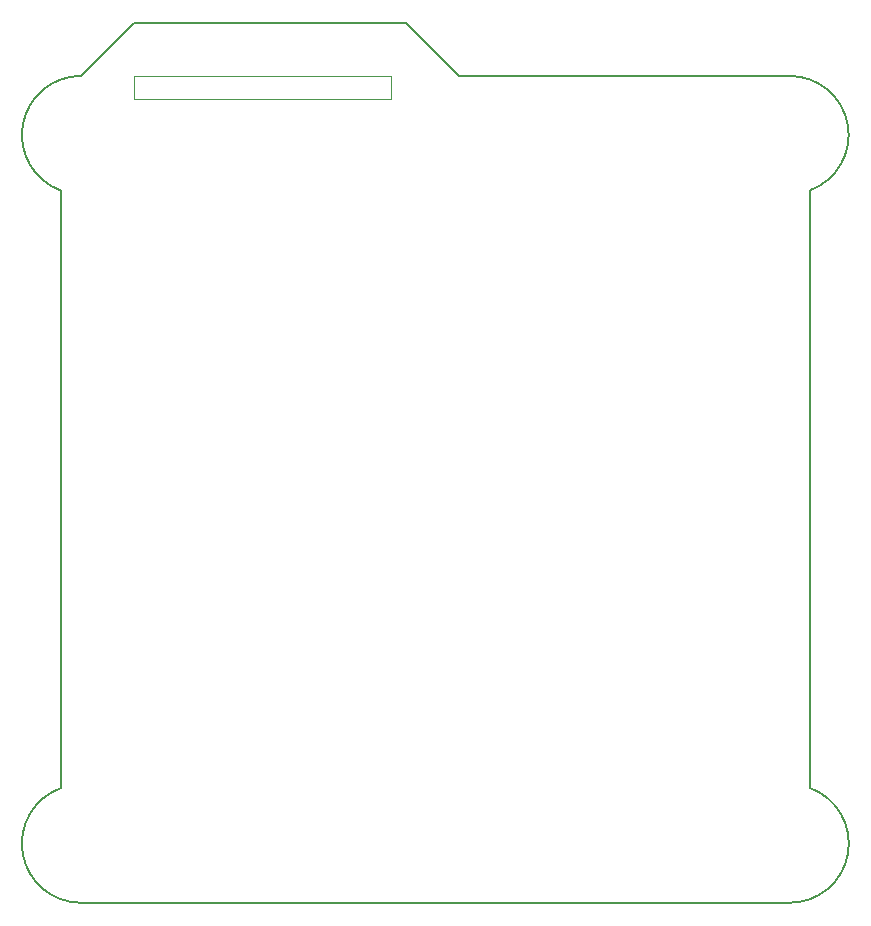
<source format=gbr>
%TF.GenerationSoftware,KiCad,Pcbnew,(6.0.9)*%
%TF.CreationDate,2023-01-04T16:14:01+08:00*%
%TF.ProjectId,CAWController,43415743-6f6e-4747-926f-6c6c65722e6b,rev?*%
%TF.SameCoordinates,Original*%
%TF.FileFunction,Profile,NP*%
%FSLAX46Y46*%
G04 Gerber Fmt 4.6, Leading zero omitted, Abs format (unit mm)*
G04 Created by KiCad (PCBNEW (6.0.9)) date 2023-01-04 16:14:01*
%MOMM*%
%LPD*%
G01*
G04 APERTURE LIST*
%TA.AperFunction,Profile*%
%ADD10C,0.200000*%
%TD*%
%TA.AperFunction,Profile*%
%ADD11C,0.100000*%
%TD*%
G04 APERTURE END LIST*
D10*
X165750000Y-131010808D02*
G75*
G03*
X167460000Y-121290000I0J5010808D01*
G01*
D11*
X110200000Y-61000000D02*
X132000000Y-61000000D01*
D10*
X104041148Y-121301554D02*
G75*
G03*
X105750000Y-131010808I1708852J-4704246D01*
G01*
X105750000Y-61005004D02*
G75*
G03*
X104040000Y-70705807I0J-5001116D01*
G01*
X137750000Y-61000000D02*
X165750000Y-61005000D01*
X110250000Y-56500000D02*
X133250000Y-56500000D01*
X137750000Y-61000000D02*
X133250000Y-56500000D01*
D11*
X132000000Y-63000000D02*
X110200000Y-63000000D01*
D10*
X105750000Y-131010808D02*
X165750000Y-131010808D01*
X110250000Y-56500000D02*
X105750000Y-61005000D01*
X104041153Y-121301569D02*
X104040000Y-70705807D01*
X167457790Y-70693983D02*
G75*
G03*
X165750000Y-61005000I-1707790J4693983D01*
G01*
D11*
X110200000Y-63000000D02*
X110200000Y-61000000D01*
D10*
X167457790Y-70693983D02*
X167460000Y-121290000D01*
D11*
X132000000Y-61000000D02*
X132000000Y-63000000D01*
M02*

</source>
